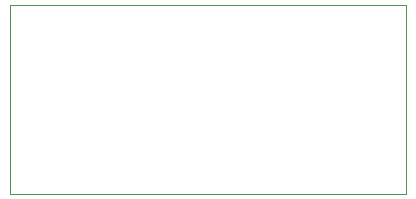
<source format=gbr>
%TF.GenerationSoftware,KiCad,Pcbnew,8.0.1*%
%TF.CreationDate,2024-04-28T15:44:22+08:00*%
%TF.ProjectId,at4pi5,61743470-6935-42e6-9b69-6361645f7063,rev?*%
%TF.SameCoordinates,Original*%
%TF.FileFunction,Profile,NP*%
%FSLAX46Y46*%
G04 Gerber Fmt 4.6, Leading zero omitted, Abs format (unit mm)*
G04 Created by KiCad (PCBNEW 8.0.1) date 2024-04-28 15:44:22*
%MOMM*%
%LPD*%
G01*
G04 APERTURE LIST*
%TA.AperFunction,Profile*%
%ADD10C,0.050000*%
%TD*%
G04 APERTURE END LIST*
D10*
X146250000Y-93000000D02*
X179750000Y-93000000D01*
X179750000Y-109000000D01*
X146250000Y-109000000D01*
X146250000Y-93000000D01*
M02*

</source>
